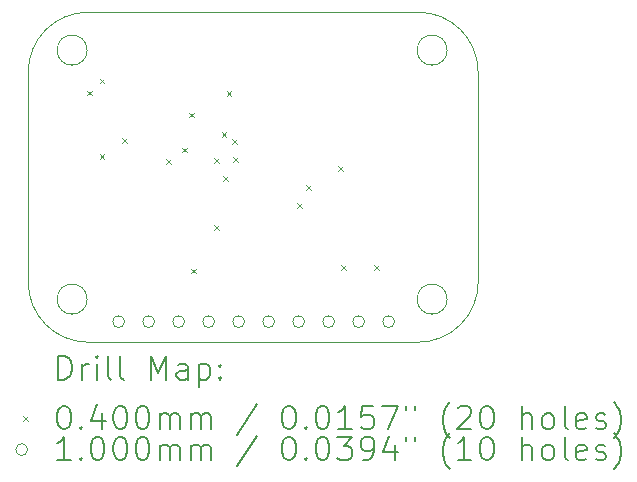
<source format=gbr>
%TF.GenerationSoftware,KiCad,Pcbnew,7.0.7*%
%TF.CreationDate,2025-04-13T10:38:43+09:30*%
%TF.ProjectId,MCP3909_Breakout,4d435033-3930-4395-9f42-7265616b6f75,rev?*%
%TF.SameCoordinates,Original*%
%TF.FileFunction,Drillmap*%
%TF.FilePolarity,Positive*%
%FSLAX45Y45*%
G04 Gerber Fmt 4.5, Leading zero omitted, Abs format (unit mm)*
G04 Created by KiCad (PCBNEW 7.0.7) date 2025-04-13 10:38:43*
%MOMM*%
%LPD*%
G01*
G04 APERTURE LIST*
%ADD10C,0.100000*%
%ADD11C,0.200000*%
%ADD12C,0.040000*%
G04 APERTURE END LIST*
D10*
X15989300Y-11010900D02*
G75*
G03*
X15989300Y-11010900I-127000J0D01*
G01*
X15989300Y-8902700D02*
G75*
G03*
X15989300Y-8902700I-127000J0D01*
G01*
X12442390Y-10867590D02*
G75*
G03*
X12950390Y-11375590I508000J0D01*
G01*
X12950390Y-8581590D02*
X15744390Y-8581590D01*
X12941300Y-8902700D02*
G75*
G03*
X12941300Y-8902700I-127000J0D01*
G01*
X16252390Y-9089590D02*
G75*
G03*
X15744390Y-8581590I-508000J0D01*
G01*
X12950390Y-11375590D02*
X15744390Y-11375590D01*
X12442390Y-9089590D02*
X12442390Y-10867590D01*
X12941300Y-11010900D02*
G75*
G03*
X12941300Y-11010900I-127000J0D01*
G01*
X15744390Y-11375590D02*
G75*
G03*
X16252390Y-10867590I0J508000D01*
G01*
X12950390Y-8581590D02*
G75*
G03*
X12442390Y-9089590I0J-508000D01*
G01*
X16252390Y-9089590D02*
X16252390Y-10867590D01*
D11*
D12*
X12943130Y-9245030D02*
X12983130Y-9285030D01*
X12983130Y-9245030D02*
X12943130Y-9285030D01*
X13047160Y-9784980D02*
X13087160Y-9824980D01*
X13087160Y-9784980D02*
X13047160Y-9824980D01*
X13047700Y-9143200D02*
X13087700Y-9183200D01*
X13087700Y-9143200D02*
X13047700Y-9183200D01*
X13235377Y-9645939D02*
X13275377Y-9685939D01*
X13275377Y-9645939D02*
X13235377Y-9685939D01*
X13611920Y-9824320D02*
X13651920Y-9864320D01*
X13651920Y-9824320D02*
X13611920Y-9864320D01*
X13745790Y-9729010D02*
X13785790Y-9769010D01*
X13785790Y-9729010D02*
X13745790Y-9769010D01*
X13806950Y-9431130D02*
X13846950Y-9471130D01*
X13846950Y-9431130D02*
X13806950Y-9471130D01*
X13822810Y-10753510D02*
X13862810Y-10793510D01*
X13862810Y-10753510D02*
X13822810Y-10793510D01*
X14019170Y-9815920D02*
X14059170Y-9855920D01*
X14059170Y-9815920D02*
X14019170Y-9855920D01*
X14019170Y-10383850D02*
X14059170Y-10423850D01*
X14059170Y-10383850D02*
X14019170Y-10423850D01*
X14080510Y-9594280D02*
X14120510Y-9634280D01*
X14120510Y-9594280D02*
X14080510Y-9634280D01*
X14091940Y-9970660D02*
X14131940Y-10010660D01*
X14131940Y-9970660D02*
X14091940Y-10010660D01*
X14123640Y-9248590D02*
X14163640Y-9288590D01*
X14163640Y-9248590D02*
X14123640Y-9288590D01*
X14166990Y-9656320D02*
X14206990Y-9696320D01*
X14206990Y-9656320D02*
X14166990Y-9696320D01*
X14179960Y-9806430D02*
X14219960Y-9846430D01*
X14219960Y-9806430D02*
X14179960Y-9846430D01*
X14720870Y-10197160D02*
X14760870Y-10237160D01*
X14760870Y-10197160D02*
X14720870Y-10237160D01*
X14798105Y-10048305D02*
X14838105Y-10088305D01*
X14838105Y-10048305D02*
X14798105Y-10088305D01*
X15067600Y-9886000D02*
X15107600Y-9926000D01*
X15107600Y-9886000D02*
X15067600Y-9926000D01*
X15093000Y-10724200D02*
X15133000Y-10764200D01*
X15133000Y-10724200D02*
X15093000Y-10764200D01*
X15372400Y-10724200D02*
X15412400Y-10764200D01*
X15412400Y-10724200D02*
X15372400Y-10764200D01*
D10*
X13258000Y-11201400D02*
G75*
G03*
X13258000Y-11201400I-50000J0D01*
G01*
X13512000Y-11201400D02*
G75*
G03*
X13512000Y-11201400I-50000J0D01*
G01*
X13766000Y-11201400D02*
G75*
G03*
X13766000Y-11201400I-50000J0D01*
G01*
X14020000Y-11201400D02*
G75*
G03*
X14020000Y-11201400I-50000J0D01*
G01*
X14274000Y-11201400D02*
G75*
G03*
X14274000Y-11201400I-50000J0D01*
G01*
X14528000Y-11201400D02*
G75*
G03*
X14528000Y-11201400I-50000J0D01*
G01*
X14782000Y-11201400D02*
G75*
G03*
X14782000Y-11201400I-50000J0D01*
G01*
X15036000Y-11201400D02*
G75*
G03*
X15036000Y-11201400I-50000J0D01*
G01*
X15290000Y-11201400D02*
G75*
G03*
X15290000Y-11201400I-50000J0D01*
G01*
X15544000Y-11201400D02*
G75*
G03*
X15544000Y-11201400I-50000J0D01*
G01*
D11*
X12698167Y-11692074D02*
X12698167Y-11492074D01*
X12698167Y-11492074D02*
X12745786Y-11492074D01*
X12745786Y-11492074D02*
X12774357Y-11501597D01*
X12774357Y-11501597D02*
X12793405Y-11520645D01*
X12793405Y-11520645D02*
X12802928Y-11539693D01*
X12802928Y-11539693D02*
X12812452Y-11577788D01*
X12812452Y-11577788D02*
X12812452Y-11606359D01*
X12812452Y-11606359D02*
X12802928Y-11644454D01*
X12802928Y-11644454D02*
X12793405Y-11663502D01*
X12793405Y-11663502D02*
X12774357Y-11682550D01*
X12774357Y-11682550D02*
X12745786Y-11692074D01*
X12745786Y-11692074D02*
X12698167Y-11692074D01*
X12898167Y-11692074D02*
X12898167Y-11558740D01*
X12898167Y-11596835D02*
X12907690Y-11577788D01*
X12907690Y-11577788D02*
X12917214Y-11568264D01*
X12917214Y-11568264D02*
X12936262Y-11558740D01*
X12936262Y-11558740D02*
X12955309Y-11558740D01*
X13021976Y-11692074D02*
X13021976Y-11558740D01*
X13021976Y-11492074D02*
X13012452Y-11501597D01*
X13012452Y-11501597D02*
X13021976Y-11511121D01*
X13021976Y-11511121D02*
X13031500Y-11501597D01*
X13031500Y-11501597D02*
X13021976Y-11492074D01*
X13021976Y-11492074D02*
X13021976Y-11511121D01*
X13145786Y-11692074D02*
X13126738Y-11682550D01*
X13126738Y-11682550D02*
X13117214Y-11663502D01*
X13117214Y-11663502D02*
X13117214Y-11492074D01*
X13250547Y-11692074D02*
X13231500Y-11682550D01*
X13231500Y-11682550D02*
X13221976Y-11663502D01*
X13221976Y-11663502D02*
X13221976Y-11492074D01*
X13479119Y-11692074D02*
X13479119Y-11492074D01*
X13479119Y-11492074D02*
X13545786Y-11634931D01*
X13545786Y-11634931D02*
X13612452Y-11492074D01*
X13612452Y-11492074D02*
X13612452Y-11692074D01*
X13793405Y-11692074D02*
X13793405Y-11587312D01*
X13793405Y-11587312D02*
X13783881Y-11568264D01*
X13783881Y-11568264D02*
X13764833Y-11558740D01*
X13764833Y-11558740D02*
X13726738Y-11558740D01*
X13726738Y-11558740D02*
X13707690Y-11568264D01*
X13793405Y-11682550D02*
X13774357Y-11692074D01*
X13774357Y-11692074D02*
X13726738Y-11692074D01*
X13726738Y-11692074D02*
X13707690Y-11682550D01*
X13707690Y-11682550D02*
X13698167Y-11663502D01*
X13698167Y-11663502D02*
X13698167Y-11644454D01*
X13698167Y-11644454D02*
X13707690Y-11625407D01*
X13707690Y-11625407D02*
X13726738Y-11615883D01*
X13726738Y-11615883D02*
X13774357Y-11615883D01*
X13774357Y-11615883D02*
X13793405Y-11606359D01*
X13888643Y-11558740D02*
X13888643Y-11758740D01*
X13888643Y-11568264D02*
X13907690Y-11558740D01*
X13907690Y-11558740D02*
X13945786Y-11558740D01*
X13945786Y-11558740D02*
X13964833Y-11568264D01*
X13964833Y-11568264D02*
X13974357Y-11577788D01*
X13974357Y-11577788D02*
X13983881Y-11596835D01*
X13983881Y-11596835D02*
X13983881Y-11653978D01*
X13983881Y-11653978D02*
X13974357Y-11673026D01*
X13974357Y-11673026D02*
X13964833Y-11682550D01*
X13964833Y-11682550D02*
X13945786Y-11692074D01*
X13945786Y-11692074D02*
X13907690Y-11692074D01*
X13907690Y-11692074D02*
X13888643Y-11682550D01*
X14069595Y-11673026D02*
X14079119Y-11682550D01*
X14079119Y-11682550D02*
X14069595Y-11692074D01*
X14069595Y-11692074D02*
X14060071Y-11682550D01*
X14060071Y-11682550D02*
X14069595Y-11673026D01*
X14069595Y-11673026D02*
X14069595Y-11692074D01*
X14069595Y-11568264D02*
X14079119Y-11577788D01*
X14079119Y-11577788D02*
X14069595Y-11587312D01*
X14069595Y-11587312D02*
X14060071Y-11577788D01*
X14060071Y-11577788D02*
X14069595Y-11568264D01*
X14069595Y-11568264D02*
X14069595Y-11587312D01*
D12*
X12397390Y-12000590D02*
X12437390Y-12040590D01*
X12437390Y-12000590D02*
X12397390Y-12040590D01*
D11*
X12736262Y-11912074D02*
X12755309Y-11912074D01*
X12755309Y-11912074D02*
X12774357Y-11921597D01*
X12774357Y-11921597D02*
X12783881Y-11931121D01*
X12783881Y-11931121D02*
X12793405Y-11950169D01*
X12793405Y-11950169D02*
X12802928Y-11988264D01*
X12802928Y-11988264D02*
X12802928Y-12035883D01*
X12802928Y-12035883D02*
X12793405Y-12073978D01*
X12793405Y-12073978D02*
X12783881Y-12093026D01*
X12783881Y-12093026D02*
X12774357Y-12102550D01*
X12774357Y-12102550D02*
X12755309Y-12112074D01*
X12755309Y-12112074D02*
X12736262Y-12112074D01*
X12736262Y-12112074D02*
X12717214Y-12102550D01*
X12717214Y-12102550D02*
X12707690Y-12093026D01*
X12707690Y-12093026D02*
X12698167Y-12073978D01*
X12698167Y-12073978D02*
X12688643Y-12035883D01*
X12688643Y-12035883D02*
X12688643Y-11988264D01*
X12688643Y-11988264D02*
X12698167Y-11950169D01*
X12698167Y-11950169D02*
X12707690Y-11931121D01*
X12707690Y-11931121D02*
X12717214Y-11921597D01*
X12717214Y-11921597D02*
X12736262Y-11912074D01*
X12888643Y-12093026D02*
X12898167Y-12102550D01*
X12898167Y-12102550D02*
X12888643Y-12112074D01*
X12888643Y-12112074D02*
X12879119Y-12102550D01*
X12879119Y-12102550D02*
X12888643Y-12093026D01*
X12888643Y-12093026D02*
X12888643Y-12112074D01*
X13069595Y-11978740D02*
X13069595Y-12112074D01*
X13021976Y-11902550D02*
X12974357Y-12045407D01*
X12974357Y-12045407D02*
X13098167Y-12045407D01*
X13212452Y-11912074D02*
X13231500Y-11912074D01*
X13231500Y-11912074D02*
X13250548Y-11921597D01*
X13250548Y-11921597D02*
X13260071Y-11931121D01*
X13260071Y-11931121D02*
X13269595Y-11950169D01*
X13269595Y-11950169D02*
X13279119Y-11988264D01*
X13279119Y-11988264D02*
X13279119Y-12035883D01*
X13279119Y-12035883D02*
X13269595Y-12073978D01*
X13269595Y-12073978D02*
X13260071Y-12093026D01*
X13260071Y-12093026D02*
X13250548Y-12102550D01*
X13250548Y-12102550D02*
X13231500Y-12112074D01*
X13231500Y-12112074D02*
X13212452Y-12112074D01*
X13212452Y-12112074D02*
X13193405Y-12102550D01*
X13193405Y-12102550D02*
X13183881Y-12093026D01*
X13183881Y-12093026D02*
X13174357Y-12073978D01*
X13174357Y-12073978D02*
X13164833Y-12035883D01*
X13164833Y-12035883D02*
X13164833Y-11988264D01*
X13164833Y-11988264D02*
X13174357Y-11950169D01*
X13174357Y-11950169D02*
X13183881Y-11931121D01*
X13183881Y-11931121D02*
X13193405Y-11921597D01*
X13193405Y-11921597D02*
X13212452Y-11912074D01*
X13402928Y-11912074D02*
X13421976Y-11912074D01*
X13421976Y-11912074D02*
X13441024Y-11921597D01*
X13441024Y-11921597D02*
X13450548Y-11931121D01*
X13450548Y-11931121D02*
X13460071Y-11950169D01*
X13460071Y-11950169D02*
X13469595Y-11988264D01*
X13469595Y-11988264D02*
X13469595Y-12035883D01*
X13469595Y-12035883D02*
X13460071Y-12073978D01*
X13460071Y-12073978D02*
X13450548Y-12093026D01*
X13450548Y-12093026D02*
X13441024Y-12102550D01*
X13441024Y-12102550D02*
X13421976Y-12112074D01*
X13421976Y-12112074D02*
X13402928Y-12112074D01*
X13402928Y-12112074D02*
X13383881Y-12102550D01*
X13383881Y-12102550D02*
X13374357Y-12093026D01*
X13374357Y-12093026D02*
X13364833Y-12073978D01*
X13364833Y-12073978D02*
X13355309Y-12035883D01*
X13355309Y-12035883D02*
X13355309Y-11988264D01*
X13355309Y-11988264D02*
X13364833Y-11950169D01*
X13364833Y-11950169D02*
X13374357Y-11931121D01*
X13374357Y-11931121D02*
X13383881Y-11921597D01*
X13383881Y-11921597D02*
X13402928Y-11912074D01*
X13555309Y-12112074D02*
X13555309Y-11978740D01*
X13555309Y-11997788D02*
X13564833Y-11988264D01*
X13564833Y-11988264D02*
X13583881Y-11978740D01*
X13583881Y-11978740D02*
X13612452Y-11978740D01*
X13612452Y-11978740D02*
X13631500Y-11988264D01*
X13631500Y-11988264D02*
X13641024Y-12007312D01*
X13641024Y-12007312D02*
X13641024Y-12112074D01*
X13641024Y-12007312D02*
X13650548Y-11988264D01*
X13650548Y-11988264D02*
X13669595Y-11978740D01*
X13669595Y-11978740D02*
X13698167Y-11978740D01*
X13698167Y-11978740D02*
X13717214Y-11988264D01*
X13717214Y-11988264D02*
X13726738Y-12007312D01*
X13726738Y-12007312D02*
X13726738Y-12112074D01*
X13821976Y-12112074D02*
X13821976Y-11978740D01*
X13821976Y-11997788D02*
X13831500Y-11988264D01*
X13831500Y-11988264D02*
X13850548Y-11978740D01*
X13850548Y-11978740D02*
X13879119Y-11978740D01*
X13879119Y-11978740D02*
X13898167Y-11988264D01*
X13898167Y-11988264D02*
X13907690Y-12007312D01*
X13907690Y-12007312D02*
X13907690Y-12112074D01*
X13907690Y-12007312D02*
X13917214Y-11988264D01*
X13917214Y-11988264D02*
X13936262Y-11978740D01*
X13936262Y-11978740D02*
X13964833Y-11978740D01*
X13964833Y-11978740D02*
X13983881Y-11988264D01*
X13983881Y-11988264D02*
X13993405Y-12007312D01*
X13993405Y-12007312D02*
X13993405Y-12112074D01*
X14383881Y-11902550D02*
X14212452Y-12159693D01*
X14641024Y-11912074D02*
X14660072Y-11912074D01*
X14660072Y-11912074D02*
X14679119Y-11921597D01*
X14679119Y-11921597D02*
X14688643Y-11931121D01*
X14688643Y-11931121D02*
X14698167Y-11950169D01*
X14698167Y-11950169D02*
X14707691Y-11988264D01*
X14707691Y-11988264D02*
X14707691Y-12035883D01*
X14707691Y-12035883D02*
X14698167Y-12073978D01*
X14698167Y-12073978D02*
X14688643Y-12093026D01*
X14688643Y-12093026D02*
X14679119Y-12102550D01*
X14679119Y-12102550D02*
X14660072Y-12112074D01*
X14660072Y-12112074D02*
X14641024Y-12112074D01*
X14641024Y-12112074D02*
X14621976Y-12102550D01*
X14621976Y-12102550D02*
X14612452Y-12093026D01*
X14612452Y-12093026D02*
X14602929Y-12073978D01*
X14602929Y-12073978D02*
X14593405Y-12035883D01*
X14593405Y-12035883D02*
X14593405Y-11988264D01*
X14593405Y-11988264D02*
X14602929Y-11950169D01*
X14602929Y-11950169D02*
X14612452Y-11931121D01*
X14612452Y-11931121D02*
X14621976Y-11921597D01*
X14621976Y-11921597D02*
X14641024Y-11912074D01*
X14793405Y-12093026D02*
X14802929Y-12102550D01*
X14802929Y-12102550D02*
X14793405Y-12112074D01*
X14793405Y-12112074D02*
X14783881Y-12102550D01*
X14783881Y-12102550D02*
X14793405Y-12093026D01*
X14793405Y-12093026D02*
X14793405Y-12112074D01*
X14926738Y-11912074D02*
X14945786Y-11912074D01*
X14945786Y-11912074D02*
X14964833Y-11921597D01*
X14964833Y-11921597D02*
X14974357Y-11931121D01*
X14974357Y-11931121D02*
X14983881Y-11950169D01*
X14983881Y-11950169D02*
X14993405Y-11988264D01*
X14993405Y-11988264D02*
X14993405Y-12035883D01*
X14993405Y-12035883D02*
X14983881Y-12073978D01*
X14983881Y-12073978D02*
X14974357Y-12093026D01*
X14974357Y-12093026D02*
X14964833Y-12102550D01*
X14964833Y-12102550D02*
X14945786Y-12112074D01*
X14945786Y-12112074D02*
X14926738Y-12112074D01*
X14926738Y-12112074D02*
X14907691Y-12102550D01*
X14907691Y-12102550D02*
X14898167Y-12093026D01*
X14898167Y-12093026D02*
X14888643Y-12073978D01*
X14888643Y-12073978D02*
X14879119Y-12035883D01*
X14879119Y-12035883D02*
X14879119Y-11988264D01*
X14879119Y-11988264D02*
X14888643Y-11950169D01*
X14888643Y-11950169D02*
X14898167Y-11931121D01*
X14898167Y-11931121D02*
X14907691Y-11921597D01*
X14907691Y-11921597D02*
X14926738Y-11912074D01*
X15183881Y-12112074D02*
X15069595Y-12112074D01*
X15126738Y-12112074D02*
X15126738Y-11912074D01*
X15126738Y-11912074D02*
X15107691Y-11940645D01*
X15107691Y-11940645D02*
X15088643Y-11959693D01*
X15088643Y-11959693D02*
X15069595Y-11969216D01*
X15364833Y-11912074D02*
X15269595Y-11912074D01*
X15269595Y-11912074D02*
X15260072Y-12007312D01*
X15260072Y-12007312D02*
X15269595Y-11997788D01*
X15269595Y-11997788D02*
X15288643Y-11988264D01*
X15288643Y-11988264D02*
X15336262Y-11988264D01*
X15336262Y-11988264D02*
X15355310Y-11997788D01*
X15355310Y-11997788D02*
X15364833Y-12007312D01*
X15364833Y-12007312D02*
X15374357Y-12026359D01*
X15374357Y-12026359D02*
X15374357Y-12073978D01*
X15374357Y-12073978D02*
X15364833Y-12093026D01*
X15364833Y-12093026D02*
X15355310Y-12102550D01*
X15355310Y-12102550D02*
X15336262Y-12112074D01*
X15336262Y-12112074D02*
X15288643Y-12112074D01*
X15288643Y-12112074D02*
X15269595Y-12102550D01*
X15269595Y-12102550D02*
X15260072Y-12093026D01*
X15441024Y-11912074D02*
X15574357Y-11912074D01*
X15574357Y-11912074D02*
X15488643Y-12112074D01*
X15641024Y-11912074D02*
X15641024Y-11950169D01*
X15717214Y-11912074D02*
X15717214Y-11950169D01*
X16012453Y-12188264D02*
X16002929Y-12178740D01*
X16002929Y-12178740D02*
X15983881Y-12150169D01*
X15983881Y-12150169D02*
X15974357Y-12131121D01*
X15974357Y-12131121D02*
X15964834Y-12102550D01*
X15964834Y-12102550D02*
X15955310Y-12054931D01*
X15955310Y-12054931D02*
X15955310Y-12016835D01*
X15955310Y-12016835D02*
X15964834Y-11969216D01*
X15964834Y-11969216D02*
X15974357Y-11940645D01*
X15974357Y-11940645D02*
X15983881Y-11921597D01*
X15983881Y-11921597D02*
X16002929Y-11893026D01*
X16002929Y-11893026D02*
X16012453Y-11883502D01*
X16079119Y-11931121D02*
X16088643Y-11921597D01*
X16088643Y-11921597D02*
X16107691Y-11912074D01*
X16107691Y-11912074D02*
X16155310Y-11912074D01*
X16155310Y-11912074D02*
X16174357Y-11921597D01*
X16174357Y-11921597D02*
X16183881Y-11931121D01*
X16183881Y-11931121D02*
X16193405Y-11950169D01*
X16193405Y-11950169D02*
X16193405Y-11969216D01*
X16193405Y-11969216D02*
X16183881Y-11997788D01*
X16183881Y-11997788D02*
X16069595Y-12112074D01*
X16069595Y-12112074D02*
X16193405Y-12112074D01*
X16317214Y-11912074D02*
X16336262Y-11912074D01*
X16336262Y-11912074D02*
X16355310Y-11921597D01*
X16355310Y-11921597D02*
X16364834Y-11931121D01*
X16364834Y-11931121D02*
X16374357Y-11950169D01*
X16374357Y-11950169D02*
X16383881Y-11988264D01*
X16383881Y-11988264D02*
X16383881Y-12035883D01*
X16383881Y-12035883D02*
X16374357Y-12073978D01*
X16374357Y-12073978D02*
X16364834Y-12093026D01*
X16364834Y-12093026D02*
X16355310Y-12102550D01*
X16355310Y-12102550D02*
X16336262Y-12112074D01*
X16336262Y-12112074D02*
X16317214Y-12112074D01*
X16317214Y-12112074D02*
X16298167Y-12102550D01*
X16298167Y-12102550D02*
X16288643Y-12093026D01*
X16288643Y-12093026D02*
X16279119Y-12073978D01*
X16279119Y-12073978D02*
X16269595Y-12035883D01*
X16269595Y-12035883D02*
X16269595Y-11988264D01*
X16269595Y-11988264D02*
X16279119Y-11950169D01*
X16279119Y-11950169D02*
X16288643Y-11931121D01*
X16288643Y-11931121D02*
X16298167Y-11921597D01*
X16298167Y-11921597D02*
X16317214Y-11912074D01*
X16621976Y-12112074D02*
X16621976Y-11912074D01*
X16707691Y-12112074D02*
X16707691Y-12007312D01*
X16707691Y-12007312D02*
X16698167Y-11988264D01*
X16698167Y-11988264D02*
X16679119Y-11978740D01*
X16679119Y-11978740D02*
X16650548Y-11978740D01*
X16650548Y-11978740D02*
X16631500Y-11988264D01*
X16631500Y-11988264D02*
X16621976Y-11997788D01*
X16831500Y-12112074D02*
X16812453Y-12102550D01*
X16812453Y-12102550D02*
X16802929Y-12093026D01*
X16802929Y-12093026D02*
X16793405Y-12073978D01*
X16793405Y-12073978D02*
X16793405Y-12016835D01*
X16793405Y-12016835D02*
X16802929Y-11997788D01*
X16802929Y-11997788D02*
X16812453Y-11988264D01*
X16812453Y-11988264D02*
X16831500Y-11978740D01*
X16831500Y-11978740D02*
X16860072Y-11978740D01*
X16860072Y-11978740D02*
X16879119Y-11988264D01*
X16879119Y-11988264D02*
X16888643Y-11997788D01*
X16888643Y-11997788D02*
X16898167Y-12016835D01*
X16898167Y-12016835D02*
X16898167Y-12073978D01*
X16898167Y-12073978D02*
X16888643Y-12093026D01*
X16888643Y-12093026D02*
X16879119Y-12102550D01*
X16879119Y-12102550D02*
X16860072Y-12112074D01*
X16860072Y-12112074D02*
X16831500Y-12112074D01*
X17012453Y-12112074D02*
X16993405Y-12102550D01*
X16993405Y-12102550D02*
X16983881Y-12083502D01*
X16983881Y-12083502D02*
X16983881Y-11912074D01*
X17164834Y-12102550D02*
X17145786Y-12112074D01*
X17145786Y-12112074D02*
X17107691Y-12112074D01*
X17107691Y-12112074D02*
X17088643Y-12102550D01*
X17088643Y-12102550D02*
X17079119Y-12083502D01*
X17079119Y-12083502D02*
X17079119Y-12007312D01*
X17079119Y-12007312D02*
X17088643Y-11988264D01*
X17088643Y-11988264D02*
X17107691Y-11978740D01*
X17107691Y-11978740D02*
X17145786Y-11978740D01*
X17145786Y-11978740D02*
X17164834Y-11988264D01*
X17164834Y-11988264D02*
X17174358Y-12007312D01*
X17174358Y-12007312D02*
X17174358Y-12026359D01*
X17174358Y-12026359D02*
X17079119Y-12045407D01*
X17250548Y-12102550D02*
X17269596Y-12112074D01*
X17269596Y-12112074D02*
X17307691Y-12112074D01*
X17307691Y-12112074D02*
X17326739Y-12102550D01*
X17326739Y-12102550D02*
X17336262Y-12083502D01*
X17336262Y-12083502D02*
X17336262Y-12073978D01*
X17336262Y-12073978D02*
X17326739Y-12054931D01*
X17326739Y-12054931D02*
X17307691Y-12045407D01*
X17307691Y-12045407D02*
X17279119Y-12045407D01*
X17279119Y-12045407D02*
X17260072Y-12035883D01*
X17260072Y-12035883D02*
X17250548Y-12016835D01*
X17250548Y-12016835D02*
X17250548Y-12007312D01*
X17250548Y-12007312D02*
X17260072Y-11988264D01*
X17260072Y-11988264D02*
X17279119Y-11978740D01*
X17279119Y-11978740D02*
X17307691Y-11978740D01*
X17307691Y-11978740D02*
X17326739Y-11988264D01*
X17402929Y-12188264D02*
X17412453Y-12178740D01*
X17412453Y-12178740D02*
X17431500Y-12150169D01*
X17431500Y-12150169D02*
X17441024Y-12131121D01*
X17441024Y-12131121D02*
X17450548Y-12102550D01*
X17450548Y-12102550D02*
X17460072Y-12054931D01*
X17460072Y-12054931D02*
X17460072Y-12016835D01*
X17460072Y-12016835D02*
X17450548Y-11969216D01*
X17450548Y-11969216D02*
X17441024Y-11940645D01*
X17441024Y-11940645D02*
X17431500Y-11921597D01*
X17431500Y-11921597D02*
X17412453Y-11893026D01*
X17412453Y-11893026D02*
X17402929Y-11883502D01*
D10*
X12437390Y-12284590D02*
G75*
G03*
X12437390Y-12284590I-50000J0D01*
G01*
D11*
X12802928Y-12376074D02*
X12688643Y-12376074D01*
X12745786Y-12376074D02*
X12745786Y-12176074D01*
X12745786Y-12176074D02*
X12726738Y-12204645D01*
X12726738Y-12204645D02*
X12707690Y-12223693D01*
X12707690Y-12223693D02*
X12688643Y-12233216D01*
X12888643Y-12357026D02*
X12898167Y-12366550D01*
X12898167Y-12366550D02*
X12888643Y-12376074D01*
X12888643Y-12376074D02*
X12879119Y-12366550D01*
X12879119Y-12366550D02*
X12888643Y-12357026D01*
X12888643Y-12357026D02*
X12888643Y-12376074D01*
X13021976Y-12176074D02*
X13041024Y-12176074D01*
X13041024Y-12176074D02*
X13060071Y-12185597D01*
X13060071Y-12185597D02*
X13069595Y-12195121D01*
X13069595Y-12195121D02*
X13079119Y-12214169D01*
X13079119Y-12214169D02*
X13088643Y-12252264D01*
X13088643Y-12252264D02*
X13088643Y-12299883D01*
X13088643Y-12299883D02*
X13079119Y-12337978D01*
X13079119Y-12337978D02*
X13069595Y-12357026D01*
X13069595Y-12357026D02*
X13060071Y-12366550D01*
X13060071Y-12366550D02*
X13041024Y-12376074D01*
X13041024Y-12376074D02*
X13021976Y-12376074D01*
X13021976Y-12376074D02*
X13002928Y-12366550D01*
X13002928Y-12366550D02*
X12993405Y-12357026D01*
X12993405Y-12357026D02*
X12983881Y-12337978D01*
X12983881Y-12337978D02*
X12974357Y-12299883D01*
X12974357Y-12299883D02*
X12974357Y-12252264D01*
X12974357Y-12252264D02*
X12983881Y-12214169D01*
X12983881Y-12214169D02*
X12993405Y-12195121D01*
X12993405Y-12195121D02*
X13002928Y-12185597D01*
X13002928Y-12185597D02*
X13021976Y-12176074D01*
X13212452Y-12176074D02*
X13231500Y-12176074D01*
X13231500Y-12176074D02*
X13250548Y-12185597D01*
X13250548Y-12185597D02*
X13260071Y-12195121D01*
X13260071Y-12195121D02*
X13269595Y-12214169D01*
X13269595Y-12214169D02*
X13279119Y-12252264D01*
X13279119Y-12252264D02*
X13279119Y-12299883D01*
X13279119Y-12299883D02*
X13269595Y-12337978D01*
X13269595Y-12337978D02*
X13260071Y-12357026D01*
X13260071Y-12357026D02*
X13250548Y-12366550D01*
X13250548Y-12366550D02*
X13231500Y-12376074D01*
X13231500Y-12376074D02*
X13212452Y-12376074D01*
X13212452Y-12376074D02*
X13193405Y-12366550D01*
X13193405Y-12366550D02*
X13183881Y-12357026D01*
X13183881Y-12357026D02*
X13174357Y-12337978D01*
X13174357Y-12337978D02*
X13164833Y-12299883D01*
X13164833Y-12299883D02*
X13164833Y-12252264D01*
X13164833Y-12252264D02*
X13174357Y-12214169D01*
X13174357Y-12214169D02*
X13183881Y-12195121D01*
X13183881Y-12195121D02*
X13193405Y-12185597D01*
X13193405Y-12185597D02*
X13212452Y-12176074D01*
X13402928Y-12176074D02*
X13421976Y-12176074D01*
X13421976Y-12176074D02*
X13441024Y-12185597D01*
X13441024Y-12185597D02*
X13450548Y-12195121D01*
X13450548Y-12195121D02*
X13460071Y-12214169D01*
X13460071Y-12214169D02*
X13469595Y-12252264D01*
X13469595Y-12252264D02*
X13469595Y-12299883D01*
X13469595Y-12299883D02*
X13460071Y-12337978D01*
X13460071Y-12337978D02*
X13450548Y-12357026D01*
X13450548Y-12357026D02*
X13441024Y-12366550D01*
X13441024Y-12366550D02*
X13421976Y-12376074D01*
X13421976Y-12376074D02*
X13402928Y-12376074D01*
X13402928Y-12376074D02*
X13383881Y-12366550D01*
X13383881Y-12366550D02*
X13374357Y-12357026D01*
X13374357Y-12357026D02*
X13364833Y-12337978D01*
X13364833Y-12337978D02*
X13355309Y-12299883D01*
X13355309Y-12299883D02*
X13355309Y-12252264D01*
X13355309Y-12252264D02*
X13364833Y-12214169D01*
X13364833Y-12214169D02*
X13374357Y-12195121D01*
X13374357Y-12195121D02*
X13383881Y-12185597D01*
X13383881Y-12185597D02*
X13402928Y-12176074D01*
X13555309Y-12376074D02*
X13555309Y-12242740D01*
X13555309Y-12261788D02*
X13564833Y-12252264D01*
X13564833Y-12252264D02*
X13583881Y-12242740D01*
X13583881Y-12242740D02*
X13612452Y-12242740D01*
X13612452Y-12242740D02*
X13631500Y-12252264D01*
X13631500Y-12252264D02*
X13641024Y-12271312D01*
X13641024Y-12271312D02*
X13641024Y-12376074D01*
X13641024Y-12271312D02*
X13650548Y-12252264D01*
X13650548Y-12252264D02*
X13669595Y-12242740D01*
X13669595Y-12242740D02*
X13698167Y-12242740D01*
X13698167Y-12242740D02*
X13717214Y-12252264D01*
X13717214Y-12252264D02*
X13726738Y-12271312D01*
X13726738Y-12271312D02*
X13726738Y-12376074D01*
X13821976Y-12376074D02*
X13821976Y-12242740D01*
X13821976Y-12261788D02*
X13831500Y-12252264D01*
X13831500Y-12252264D02*
X13850548Y-12242740D01*
X13850548Y-12242740D02*
X13879119Y-12242740D01*
X13879119Y-12242740D02*
X13898167Y-12252264D01*
X13898167Y-12252264D02*
X13907690Y-12271312D01*
X13907690Y-12271312D02*
X13907690Y-12376074D01*
X13907690Y-12271312D02*
X13917214Y-12252264D01*
X13917214Y-12252264D02*
X13936262Y-12242740D01*
X13936262Y-12242740D02*
X13964833Y-12242740D01*
X13964833Y-12242740D02*
X13983881Y-12252264D01*
X13983881Y-12252264D02*
X13993405Y-12271312D01*
X13993405Y-12271312D02*
X13993405Y-12376074D01*
X14383881Y-12166550D02*
X14212452Y-12423693D01*
X14641024Y-12176074D02*
X14660072Y-12176074D01*
X14660072Y-12176074D02*
X14679119Y-12185597D01*
X14679119Y-12185597D02*
X14688643Y-12195121D01*
X14688643Y-12195121D02*
X14698167Y-12214169D01*
X14698167Y-12214169D02*
X14707691Y-12252264D01*
X14707691Y-12252264D02*
X14707691Y-12299883D01*
X14707691Y-12299883D02*
X14698167Y-12337978D01*
X14698167Y-12337978D02*
X14688643Y-12357026D01*
X14688643Y-12357026D02*
X14679119Y-12366550D01*
X14679119Y-12366550D02*
X14660072Y-12376074D01*
X14660072Y-12376074D02*
X14641024Y-12376074D01*
X14641024Y-12376074D02*
X14621976Y-12366550D01*
X14621976Y-12366550D02*
X14612452Y-12357026D01*
X14612452Y-12357026D02*
X14602929Y-12337978D01*
X14602929Y-12337978D02*
X14593405Y-12299883D01*
X14593405Y-12299883D02*
X14593405Y-12252264D01*
X14593405Y-12252264D02*
X14602929Y-12214169D01*
X14602929Y-12214169D02*
X14612452Y-12195121D01*
X14612452Y-12195121D02*
X14621976Y-12185597D01*
X14621976Y-12185597D02*
X14641024Y-12176074D01*
X14793405Y-12357026D02*
X14802929Y-12366550D01*
X14802929Y-12366550D02*
X14793405Y-12376074D01*
X14793405Y-12376074D02*
X14783881Y-12366550D01*
X14783881Y-12366550D02*
X14793405Y-12357026D01*
X14793405Y-12357026D02*
X14793405Y-12376074D01*
X14926738Y-12176074D02*
X14945786Y-12176074D01*
X14945786Y-12176074D02*
X14964833Y-12185597D01*
X14964833Y-12185597D02*
X14974357Y-12195121D01*
X14974357Y-12195121D02*
X14983881Y-12214169D01*
X14983881Y-12214169D02*
X14993405Y-12252264D01*
X14993405Y-12252264D02*
X14993405Y-12299883D01*
X14993405Y-12299883D02*
X14983881Y-12337978D01*
X14983881Y-12337978D02*
X14974357Y-12357026D01*
X14974357Y-12357026D02*
X14964833Y-12366550D01*
X14964833Y-12366550D02*
X14945786Y-12376074D01*
X14945786Y-12376074D02*
X14926738Y-12376074D01*
X14926738Y-12376074D02*
X14907691Y-12366550D01*
X14907691Y-12366550D02*
X14898167Y-12357026D01*
X14898167Y-12357026D02*
X14888643Y-12337978D01*
X14888643Y-12337978D02*
X14879119Y-12299883D01*
X14879119Y-12299883D02*
X14879119Y-12252264D01*
X14879119Y-12252264D02*
X14888643Y-12214169D01*
X14888643Y-12214169D02*
X14898167Y-12195121D01*
X14898167Y-12195121D02*
X14907691Y-12185597D01*
X14907691Y-12185597D02*
X14926738Y-12176074D01*
X15060072Y-12176074D02*
X15183881Y-12176074D01*
X15183881Y-12176074D02*
X15117214Y-12252264D01*
X15117214Y-12252264D02*
X15145786Y-12252264D01*
X15145786Y-12252264D02*
X15164833Y-12261788D01*
X15164833Y-12261788D02*
X15174357Y-12271312D01*
X15174357Y-12271312D02*
X15183881Y-12290359D01*
X15183881Y-12290359D02*
X15183881Y-12337978D01*
X15183881Y-12337978D02*
X15174357Y-12357026D01*
X15174357Y-12357026D02*
X15164833Y-12366550D01*
X15164833Y-12366550D02*
X15145786Y-12376074D01*
X15145786Y-12376074D02*
X15088643Y-12376074D01*
X15088643Y-12376074D02*
X15069595Y-12366550D01*
X15069595Y-12366550D02*
X15060072Y-12357026D01*
X15279119Y-12376074D02*
X15317214Y-12376074D01*
X15317214Y-12376074D02*
X15336262Y-12366550D01*
X15336262Y-12366550D02*
X15345786Y-12357026D01*
X15345786Y-12357026D02*
X15364833Y-12328454D01*
X15364833Y-12328454D02*
X15374357Y-12290359D01*
X15374357Y-12290359D02*
X15374357Y-12214169D01*
X15374357Y-12214169D02*
X15364833Y-12195121D01*
X15364833Y-12195121D02*
X15355310Y-12185597D01*
X15355310Y-12185597D02*
X15336262Y-12176074D01*
X15336262Y-12176074D02*
X15298167Y-12176074D01*
X15298167Y-12176074D02*
X15279119Y-12185597D01*
X15279119Y-12185597D02*
X15269595Y-12195121D01*
X15269595Y-12195121D02*
X15260072Y-12214169D01*
X15260072Y-12214169D02*
X15260072Y-12261788D01*
X15260072Y-12261788D02*
X15269595Y-12280835D01*
X15269595Y-12280835D02*
X15279119Y-12290359D01*
X15279119Y-12290359D02*
X15298167Y-12299883D01*
X15298167Y-12299883D02*
X15336262Y-12299883D01*
X15336262Y-12299883D02*
X15355310Y-12290359D01*
X15355310Y-12290359D02*
X15364833Y-12280835D01*
X15364833Y-12280835D02*
X15374357Y-12261788D01*
X15545786Y-12242740D02*
X15545786Y-12376074D01*
X15498167Y-12166550D02*
X15450548Y-12309407D01*
X15450548Y-12309407D02*
X15574357Y-12309407D01*
X15641024Y-12176074D02*
X15641024Y-12214169D01*
X15717214Y-12176074D02*
X15717214Y-12214169D01*
X16012453Y-12452264D02*
X16002929Y-12442740D01*
X16002929Y-12442740D02*
X15983881Y-12414169D01*
X15983881Y-12414169D02*
X15974357Y-12395121D01*
X15974357Y-12395121D02*
X15964834Y-12366550D01*
X15964834Y-12366550D02*
X15955310Y-12318931D01*
X15955310Y-12318931D02*
X15955310Y-12280835D01*
X15955310Y-12280835D02*
X15964834Y-12233216D01*
X15964834Y-12233216D02*
X15974357Y-12204645D01*
X15974357Y-12204645D02*
X15983881Y-12185597D01*
X15983881Y-12185597D02*
X16002929Y-12157026D01*
X16002929Y-12157026D02*
X16012453Y-12147502D01*
X16193405Y-12376074D02*
X16079119Y-12376074D01*
X16136262Y-12376074D02*
X16136262Y-12176074D01*
X16136262Y-12176074D02*
X16117214Y-12204645D01*
X16117214Y-12204645D02*
X16098167Y-12223693D01*
X16098167Y-12223693D02*
X16079119Y-12233216D01*
X16317214Y-12176074D02*
X16336262Y-12176074D01*
X16336262Y-12176074D02*
X16355310Y-12185597D01*
X16355310Y-12185597D02*
X16364834Y-12195121D01*
X16364834Y-12195121D02*
X16374357Y-12214169D01*
X16374357Y-12214169D02*
X16383881Y-12252264D01*
X16383881Y-12252264D02*
X16383881Y-12299883D01*
X16383881Y-12299883D02*
X16374357Y-12337978D01*
X16374357Y-12337978D02*
X16364834Y-12357026D01*
X16364834Y-12357026D02*
X16355310Y-12366550D01*
X16355310Y-12366550D02*
X16336262Y-12376074D01*
X16336262Y-12376074D02*
X16317214Y-12376074D01*
X16317214Y-12376074D02*
X16298167Y-12366550D01*
X16298167Y-12366550D02*
X16288643Y-12357026D01*
X16288643Y-12357026D02*
X16279119Y-12337978D01*
X16279119Y-12337978D02*
X16269595Y-12299883D01*
X16269595Y-12299883D02*
X16269595Y-12252264D01*
X16269595Y-12252264D02*
X16279119Y-12214169D01*
X16279119Y-12214169D02*
X16288643Y-12195121D01*
X16288643Y-12195121D02*
X16298167Y-12185597D01*
X16298167Y-12185597D02*
X16317214Y-12176074D01*
X16621976Y-12376074D02*
X16621976Y-12176074D01*
X16707691Y-12376074D02*
X16707691Y-12271312D01*
X16707691Y-12271312D02*
X16698167Y-12252264D01*
X16698167Y-12252264D02*
X16679119Y-12242740D01*
X16679119Y-12242740D02*
X16650548Y-12242740D01*
X16650548Y-12242740D02*
X16631500Y-12252264D01*
X16631500Y-12252264D02*
X16621976Y-12261788D01*
X16831500Y-12376074D02*
X16812453Y-12366550D01*
X16812453Y-12366550D02*
X16802929Y-12357026D01*
X16802929Y-12357026D02*
X16793405Y-12337978D01*
X16793405Y-12337978D02*
X16793405Y-12280835D01*
X16793405Y-12280835D02*
X16802929Y-12261788D01*
X16802929Y-12261788D02*
X16812453Y-12252264D01*
X16812453Y-12252264D02*
X16831500Y-12242740D01*
X16831500Y-12242740D02*
X16860072Y-12242740D01*
X16860072Y-12242740D02*
X16879119Y-12252264D01*
X16879119Y-12252264D02*
X16888643Y-12261788D01*
X16888643Y-12261788D02*
X16898167Y-12280835D01*
X16898167Y-12280835D02*
X16898167Y-12337978D01*
X16898167Y-12337978D02*
X16888643Y-12357026D01*
X16888643Y-12357026D02*
X16879119Y-12366550D01*
X16879119Y-12366550D02*
X16860072Y-12376074D01*
X16860072Y-12376074D02*
X16831500Y-12376074D01*
X17012453Y-12376074D02*
X16993405Y-12366550D01*
X16993405Y-12366550D02*
X16983881Y-12347502D01*
X16983881Y-12347502D02*
X16983881Y-12176074D01*
X17164834Y-12366550D02*
X17145786Y-12376074D01*
X17145786Y-12376074D02*
X17107691Y-12376074D01*
X17107691Y-12376074D02*
X17088643Y-12366550D01*
X17088643Y-12366550D02*
X17079119Y-12347502D01*
X17079119Y-12347502D02*
X17079119Y-12271312D01*
X17079119Y-12271312D02*
X17088643Y-12252264D01*
X17088643Y-12252264D02*
X17107691Y-12242740D01*
X17107691Y-12242740D02*
X17145786Y-12242740D01*
X17145786Y-12242740D02*
X17164834Y-12252264D01*
X17164834Y-12252264D02*
X17174358Y-12271312D01*
X17174358Y-12271312D02*
X17174358Y-12290359D01*
X17174358Y-12290359D02*
X17079119Y-12309407D01*
X17250548Y-12366550D02*
X17269596Y-12376074D01*
X17269596Y-12376074D02*
X17307691Y-12376074D01*
X17307691Y-12376074D02*
X17326739Y-12366550D01*
X17326739Y-12366550D02*
X17336262Y-12347502D01*
X17336262Y-12347502D02*
X17336262Y-12337978D01*
X17336262Y-12337978D02*
X17326739Y-12318931D01*
X17326739Y-12318931D02*
X17307691Y-12309407D01*
X17307691Y-12309407D02*
X17279119Y-12309407D01*
X17279119Y-12309407D02*
X17260072Y-12299883D01*
X17260072Y-12299883D02*
X17250548Y-12280835D01*
X17250548Y-12280835D02*
X17250548Y-12271312D01*
X17250548Y-12271312D02*
X17260072Y-12252264D01*
X17260072Y-12252264D02*
X17279119Y-12242740D01*
X17279119Y-12242740D02*
X17307691Y-12242740D01*
X17307691Y-12242740D02*
X17326739Y-12252264D01*
X17402929Y-12452264D02*
X17412453Y-12442740D01*
X17412453Y-12442740D02*
X17431500Y-12414169D01*
X17431500Y-12414169D02*
X17441024Y-12395121D01*
X17441024Y-12395121D02*
X17450548Y-12366550D01*
X17450548Y-12366550D02*
X17460072Y-12318931D01*
X17460072Y-12318931D02*
X17460072Y-12280835D01*
X17460072Y-12280835D02*
X17450548Y-12233216D01*
X17450548Y-12233216D02*
X17441024Y-12204645D01*
X17441024Y-12204645D02*
X17431500Y-12185597D01*
X17431500Y-12185597D02*
X17412453Y-12157026D01*
X17412453Y-12157026D02*
X17402929Y-12147502D01*
M02*

</source>
